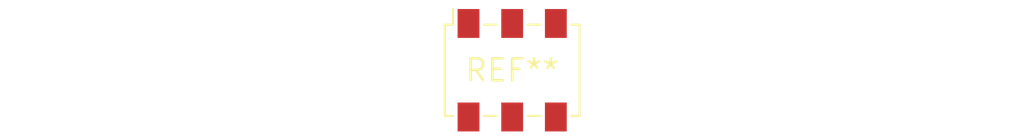
<source format=kicad_pcb>
(kicad_pcb (version 20240108) (generator pcbnew)
  (layers (0 "F.Cu" signal) (31 "B.Cu" signal) (34 "B.Paste" user) (35 "F.Paste" user) (36 "B.SilkS" user "B.Silkscreen") (37 "F.SilkS" user "F.Silkscreen") (38 "B.Mask" user) (39 "F.Mask" user) (44 "Edge.Cuts" user))
  (net 0 "")
  (footprint "Samtec_HLE-103-02-xxx-DV-BE_2x03_P2.54mm_Horizontal" (layer "F.Cu") (at 0 0)
    (property "Reference" "REF**")
    (property "Value" "Samtec_HLE-103-02-xxx-DV-BE_2x03_P2.54mm_Horizontal")
    (fp_line (start -3.92 -2.65) (end -3.92 2.65) (layer "F.SilkS") (stroke (width 0.12)))
    (fp_line (start -3.92 2.65) (end -3.435 2.65) (layer "F.SilkS") (stroke (width 0.12)))
    (fp_line (start -3.435 -3.56) (end -3.435 -2.65) (layer "F.SilkS") (stroke (width 0.12)))
    (fp_line (start -3.435 -2.65) (end -3.92 -2.65) (layer "F.SilkS") (stroke (width 0.12)))
    (fp_line (start -1.645 -2.65) (end -0.895 -2.65) (layer "F.SilkS") (stroke (width 0.12)))
    (fp_line (start -1.645 2.65) (end -0.895 2.65) (layer "F.SilkS") (stroke (width 0.12)))
    (fp_line (start 0.895 -2.65) (end 1.645 -2.65) (layer "F.SilkS") (stroke (width 0.12)))
    (fp_line (start 0.895 2.65) (end 1.645 2.65) (layer "F.SilkS") (stroke (width 0.12)))
    (fp_line (start 3.435 -2.65) (end 3.92 -2.65) (layer "F.SilkS") (stroke (width 0.12)))
    (fp_line (start 3.92 -2.65) (end 3.92 2.65) (layer "F.SilkS") (stroke (width 0.12)))
    (fp_line (start 3.92 2.65) (end 3.435 2.65) (layer "F.SilkS") (stroke (width 0.12)))
    (pad "" np_thru_hole circle (at -2.54 -1.27) (size 0.97 0.97) (drill 0.97) (layers *.Cu *.Mask))
    (pad "" np_thru_hole circle (at -2.54 1.27) (size 0.97 0.97) (drill 0.97) (layers *.Cu *.Mask))
    (pad "" np_thru_hole circle (at 0 -1.27) (size 0.97 0.97) (drill 0.97) (layers *.Cu *.Mask))
    (pad "" np_thru_hole circle (at 0 1.27) (size 0.97 0.97) (drill 0.97) (layers *.Cu *.Mask))
    (pad "" np_thru_hole circle (at 2.54 -1.27) (size 0.97 0.97) (drill 0.97) (layers *.Cu *.Mask))
    (pad "" np_thru_hole circle (at 2.54 1.27) (size 0.97 0.97) (drill 0.97) (layers *.Cu *.Mask))
    (pad "1" smd rect (at -2.54 -2.72) (size 1.27 1.68) (layers "F.Cu" "F.Paste" "F.Mask"))
    (pad "2" smd rect (at -2.54 2.72) (size 1.27 1.68) (layers "F.Cu" "F.Paste" "F.Mask"))
    (pad "3" smd rect (at 0 -2.72) (size 1.27 1.68) (layers "F.Cu" "F.Paste" "F.Mask"))
    (pad "4" smd rect (at 0 2.72) (size 1.27 1.68) (layers "F.Cu" "F.Paste" "F.Mask"))
    (pad "5" smd rect (at 2.54 -2.72) (size 1.27 1.68) (layers "F.Cu" "F.Paste" "F.Mask"))
    (pad "6" smd rect (at 2.54 2.72) (size 1.27 1.68) (layers "F.Cu" "F.Paste" "F.Mask"))
  )
)
</source>
